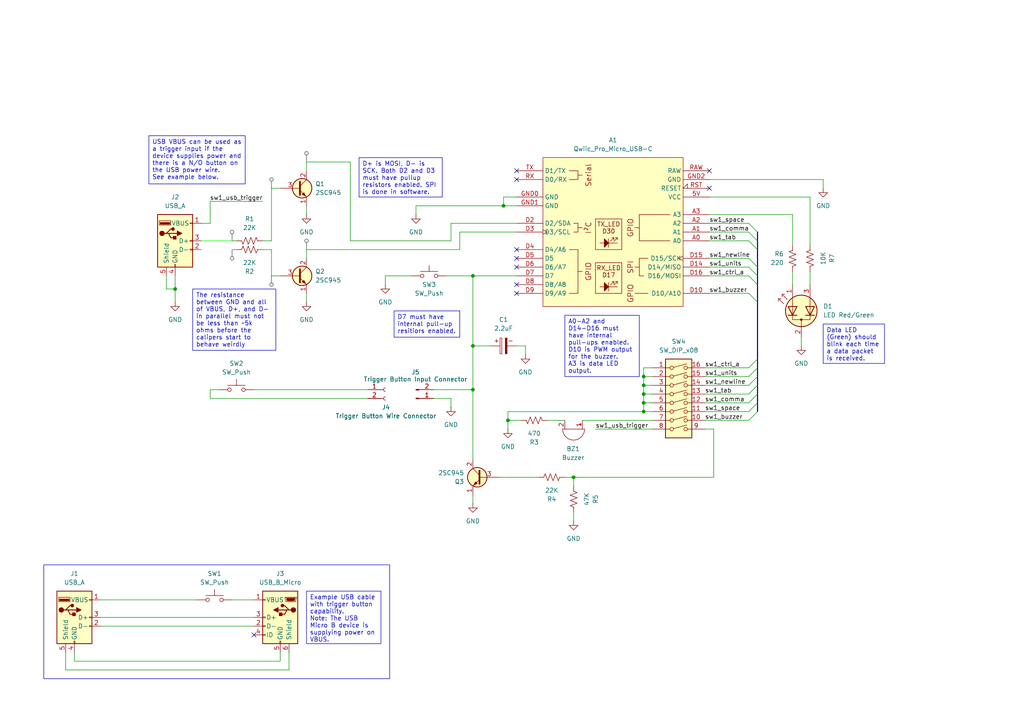
<source format=kicad_sch>
(kicad_sch (version 20231120) (generator "eeschema") (generator_version "8.0")
  (paper "A4")
  (title_block (title "Data Interface Schematic") (rev "V1.0"))
  (lib_symbols
    (symbol "Connector:Conn_01x02_Pin" (pin_names (offset 1.016) hide)
      (property "Reference" "J" (at 0 2.54 0))
      (property "Value" "Conn_01x02_Pin" (at 0 -5.08 0))
      (symbol "Conn_01x02_Pin_1_1"
        (polyline (pts (xy 1.27 -2.54) (xy 0.8636 -2.54)) (stroke (width 0.1524)))
        (polyline (pts (xy 1.27 0) (xy 0.8636 0)) (stroke (width 0.1524)))
        (rectangle (start 0.8636 -2.413) (end 0 -2.667) (stroke (width 0.1524)) (fill (type outline)))
        (rectangle (start 0.8636 0.127) (end 0 -0.127) (stroke (width 0.1524)) (fill (type outline)))
        (pin passive line (at 5.08 0 180) (length 3.81) (name "Pin_1") (number "1"))
        (pin passive line (at 5.08 -2.54 180) (length 3.81) (name "Pin_2") (number "2"))
      )
    )
    (symbol "Connector:Conn_01x02_Socket" (pin_names (offset 1.016) hide)
      (property "Reference" "J" (at 0 2.54 0))
      (property "Value" "Conn_01x02_Socket" (at 0 -5.08 0))
      (symbol "Conn_01x02_Socket_1_1"
        (arc (start 0 -2.032) (mid -0.5058 -2.54) (end 0 -3.048) (stroke (width 0.1524)))
        (polyline (pts (xy -1.27 -2.54) (xy -0.508 -2.54)) (stroke (width 0.1524)))
        (polyline (pts (xy -1.27 0) (xy -0.508 0)) (stroke (width 0.1524)))
        (arc (start 0 0.508) (mid -0.5058 0) (end 0 -0.508) (stroke (width 0.1524)))
        (pin passive line (at -5.08 0 0) (length 3.81) (name "Pin_1") (number "1"))
        (pin passive line (at -5.08 -2.54 0) (length 3.81) (name "Pin_2") (number "2"))
      )
    )
    (symbol "Connector:USB_A" (pin_names (offset 1.016))
      (property "Reference" "J" (at -5.08 11.43 0))
      (property "Value" "USB_A" (at -5.08 8.89 0))
      (symbol "USB_A_0_1"
        (rectangle (start -5.08 -7.62) (end 5.08 7.62) (stroke (width 0.254)) (fill (type background)))
        (circle (center -3.81 2.159) (radius 0.635) (stroke (width 0.254)) (fill (type outline)))
        (rectangle (start -1.524 4.826) (end -4.318 5.334) (fill (type outline)))
        (rectangle (start -1.27 4.572) (end -4.572 5.842))
        (circle (center -0.635 3.429) (radius 0.381) (stroke (width 0.254)) (fill (type outline)))
        (rectangle (start -0.127 -7.62) (end 0.127 -6.858))
        (polyline (pts (xy -3.175 2.159) (xy -2.54 2.159) (xy -1.27 3.429) (xy -0.635 3.429)) (stroke (width 0.254)))
        (polyline (pts (xy -2.54 2.159) (xy -1.905 2.159) (xy -1.27 0.889) (xy 0 0.889)) (stroke (width 0.254)))
        (polyline (pts (xy 0.635 2.794) (xy 0.635 1.524) (xy 1.905 2.159) (xy 0.635 2.794)) (stroke (width 0.254)) (fill (type outline)))
        (rectangle (start 0.254 1.27) (end -0.508 0.508) (stroke (width 0.254)) (fill (type outline)))
        (rectangle (start 5.08 -2.667) (end 4.318 -2.413))
        (rectangle (start 5.08 -0.127) (end 4.318 0.127))
        (rectangle (start 5.08 4.953) (end 4.318 5.207))
      )
      (symbol "USB_A_1_1"
        (polyline (pts (xy -1.905 2.159) (xy 0.635 2.159)) (stroke (width 0.254)))
        (pin power_in line (at 7.62 5.08 180) (length 2.54) (name "VBUS") (number "1"))
        (pin bidirectional line (at 7.62 -2.54 180) (length 2.54) (name "D-") (number "2"))
        (pin bidirectional line (at 7.62 0 180) (length 2.54) (name "D+") (number "3"))
        (pin power_in line (at 0 -10.16 90) (length 2.54) (name "GND") (number "4"))
        (pin passive line (at -2.54 -10.16 90) (length 2.54) (name "Shield") (number "5"))
      )
    )
    (symbol "Connector:USB_B_Micro" (pin_names (offset 1.016))
      (property "Reference" "J" (at -5.08 11.43 0))
      (property "Value" "USB_B_Micro" (at -5.08 8.89 0))
      (symbol "USB_B_Micro_0_1"
        (rectangle (start -5.08 -7.62) (end 5.08 7.62) (stroke (width 0.254)) (fill (type background)))
        (circle (center -3.81 2.159) (radius 0.635) (stroke (width 0.254)) (fill (type outline)))
        (circle (center -0.635 3.429) (radius 0.381) (stroke (width 0.254)) (fill (type outline)))
        (rectangle (start -0.127 -7.62) (end 0.127 -6.858))
        (polyline (pts (xy -1.905 2.159) (xy 0.635 2.159)) (stroke (width 0.254)))
        (polyline (pts (xy -3.175 2.159) (xy -2.54 2.159) (xy -1.27 3.429) (xy -0.635 3.429)) (stroke (width 0.254)))
        (polyline (pts (xy -2.54 2.159) (xy -1.905 2.159) (xy -1.27 0.889) (xy 0 0.889)) (stroke (width 0.254)))
        (polyline (pts (xy 0.635 2.794) (xy 0.635 1.524) (xy 1.905 2.159) (xy 0.635 2.794)) (stroke (width 0.254)) (fill (type outline)))
        (polyline (pts (xy -4.318 5.588) (xy -1.778 5.588) (xy -2.032 4.826) (xy -4.064 4.826) (xy -4.318 5.588)) (fill (type outline)))
        (polyline (pts (xy -4.699 5.842) (xy -4.699 5.588) (xy -4.445 4.826) (xy -4.445 4.572) (xy -1.651 4.572) (xy -1.651 4.826) (xy -1.397 5.588) (xy -1.397 5.842) (xy -4.699 5.842)))
        (rectangle (start 0.254 1.27) (end -0.508 0.508) (stroke (width 0.254)) (fill (type outline)))
        (rectangle (start 5.08 -5.207) (end 4.318 -4.953))
        (rectangle (start 5.08 -2.667) (end 4.318 -2.413))
        (rectangle (start 5.08 -0.127) (end 4.318 0.127))
        (rectangle (start 5.08 4.953) (end 4.318 5.207))
      )
      (symbol "USB_B_Micro_1_1"
        (pin power_out line (at 7.62 5.08 180) (length 2.54) (name "VBUS") (number "1"))
        (pin bidirectional line (at 7.62 -2.54 180) (length 2.54) (name "D-") (number "2"))
        (pin bidirectional line (at 7.62 0 180) (length 2.54) (name "D+") (number "3"))
        (pin passive line (at 7.62 -5.08 180) (length 2.54) (name "ID") (number "4"))
        (pin power_out line (at 0 -10.16 90) (length 2.54) (name "GND") (number "5"))
        (pin passive line (at -2.54 -10.16 90) (length 2.54) (name "Shield") (number "6"))
      )
    )
    (symbol "Custom:Qwiic_Pro_Micro_USB-C"
      (property "Reference" "A" (at 0 26.035 0))
      (property "Value" "Qwiic_Pro_Micro_USB-C" (at 0 24.13 0))
      (symbol "Qwiic_Pro_Micro_USB-C_0_0"
        (rectangle (start -20.32 21.59) (end 20.32 -21.59) (fill (type background)))
        (polyline (pts (xy -10.16 -11.43) (xy -8.89 -11.43)))
        (polyline (pts (xy -10.16 1.27) (xy -8.89 1.27)))
        (polyline (pts (xy -10.16 16.51) (xy -8.89 16.51)))
        (polyline (pts (xy 6.35 -17.78) (xy 10.16 -17.78)))
        (polyline (pts (xy 6.35 -10.16) (xy 7.62 -10.16)))
        (polyline (pts (xy 6.35 1.27) (xy 7.62 1.27)))
        (polyline (pts (xy -12.7 -5.08) (xy -10.16 -5.08) (xy -10.16 -17.78) (xy -12.7 -17.78)))
        (polyline (pts (xy -12.7 17.78) (xy -10.16 17.78) (xy -10.16 15.24) (xy -12.7 15.24)))
        (polyline (pts (xy -11.43 2.54) (xy -10.16 2.54) (xy -10.16 0) (xy -11.43 0)))
        (polyline (pts (xy 10.16 -7.62) (xy 7.62 -7.62) (xy 7.62 -12.7) (xy 8.89 -12.7)))
        (polyline (pts (xy 16.51 5.08) (xy 7.62 5.08) (xy 7.62 -2.54) (xy 16.51 -2.54)))
        (text "I²C" (at -7.112 1.27 900) (effects (font (size 1.524 1.524))))
        (text "Serial" (at -7.112 16.51 900) (effects (font (size 1.524 1.524))))
        (text "SPI" (at 5.08 -10.16 900) (effects (font (size 1.524 1.524))))
      )
      (symbol "Qwiic_Pro_Micro_USB-C_0_1"
        (polyline (pts (xy -2.54 -15.875) (xy -3.81 -15.875)))
        (polyline (pts (xy -2.54 -3.175) (xy -3.81 -3.175)))
        (polyline (pts (xy -1.27 -14.605) (xy -1.27 -17.145)))
        (polyline (pts (xy -1.27 -1.905) (xy -1.27 -4.445)))
        (polyline (pts (xy -0.762 -15.367) (xy 0.254 -14.351)))
        (polyline (pts (xy -0.762 -2.667) (xy 0.254 -1.651)))
        (polyline (pts (xy 0 -15.875) (xy 1.27 -15.875)))
        (polyline (pts (xy 0 -3.175) (xy 1.27 -3.175)))
        (polyline (pts (xy 0.254 -15.367) (xy 1.27 -14.351)))
        (polyline (pts (xy 0.254 -14.351) (xy -0.381 -14.351)))
        (polyline (pts (xy 0.254 -14.351) (xy 0.254 -14.986)))
        (polyline (pts (xy 0.254 -2.667) (xy 1.27 -1.651)))
        (polyline (pts (xy 0.254 -1.651) (xy -0.381 -1.651)))
        (polyline (pts (xy 0.254 -1.651) (xy 0.254 -2.286)))
        (polyline (pts (xy 1.27 -14.351) (xy 0.635 -14.351)))
        (polyline (pts (xy 1.27 -14.351) (xy 1.27 -14.986)))
        (polyline (pts (xy 1.27 -1.651) (xy 0.635 -1.651)))
        (polyline (pts (xy 1.27 -1.651) (xy 1.27 -2.286)))
        (polyline (pts (xy -1.27 -15.875) (xy -2.54 -17.145) (xy -2.54 -14.605) (xy -1.27 -15.875) (xy 0 -15.875)) (fill (type outline)))
        (polyline (pts (xy -1.27 -3.175) (xy -2.54 -4.445) (xy -2.54 -1.905) (xy -1.27 -3.175) (xy 0 -3.175)) (fill (type outline)))
      )
      (symbol "Qwiic_Pro_Micro_USB-C_1_0"
        (text "GPIO" (at -7.112 -11.43 900) (effects (font (size 1.524 1.524))))
        (text "GPIO" (at 5.08 -17.78 900) (effects (font (size 1.524 1.524))))
        (text "GPIO" (at 5.08 1.27 900) (effects (font (size 1.524 1.524))))
        (pin power_in line (at 27.94 15.24 180) (length 7.62) (name "GND") (number "GND2"))
      )
      (symbol "Qwiic_Pro_Micro_USB-C_1_1"
        (rectangle (start -5.08 -8.89) (end 2.54 -17.78))
        (rectangle (start -5.08 3.81) (end 2.54 -5.08))
        (text "RX_LED\nD17" (at -1.27 -11.43 0) (effects (font (size 1.27 1.27) (thickness 0.1588))))
        (text "TX_LED\nD30" (at -1.27 1.27 0) (effects (font (size 1.27 1.27) (thickness 0.1588))))
        (pin power_in line (at 27.94 10.16 180) (length 7.62) (name "VCC") (number "5V"))
        (pin bidirectional line (at 27.94 -2.54 180) (length 7.62) (name "A0") (number "A0"))
        (pin bidirectional line (at 27.94 0 180) (length 7.62) (name "A1") (number "A1"))
        (pin bidirectional line (at 27.94 2.54 180) (length 7.62) (name "A2") (number "A2"))
        (pin bidirectional line (at 27.94 5.08 180) (length 7.62) (name "A3") (number "A3"))
        (pin bidirectional line (at 27.94 -17.78 180) (length 7.62) (name "D10/A10") (number "D10"))
        (pin input line (at 27.94 -10.16 180) (length 7.62) (name "D14/MISO") (number "D14"))
        (pin output clock (at 27.94 -7.62 180) (length 7.62) (name "D15/SCK") (number "D15"))
        (pin output line (at 27.94 -12.7 180) (length 7.62) (name "D16/MOSI") (number "D16"))
        (pin bidirectional line (at -27.94 2.54 0) (length 7.62) (name "D2/SDA") (number "D2"))
        (pin bidirectional clock (at -27.94 0 0) (length 7.62) (name "D3/SCL") (number "D3"))
        (pin bidirectional line (at -27.94 -5.08 0) (length 7.62) (name "D4/A6") (number "D4"))
        (pin bidirectional line (at -27.94 -7.62 0) (length 7.62) (name "D5") (number "D5"))
        (pin bidirectional line (at -27.94 -10.16 0) (length 7.62) (name "D6/A7") (number "D6"))
        (pin bidirectional line (at -27.94 -12.7 0) (length 7.62) (name "D7") (number "D7"))
        (pin bidirectional line (at -27.94 -15.24 0) (length 7.62) (name "D8/A8") (number "D8"))
        (pin bidirectional line (at -27.94 -17.78 0) (length 7.62) (name "D9/A9") (number "D9"))
        (pin power_in line (at -27.94 10.16 0) (length 7.62) (name "GND") (number "GND0"))
        (pin power_in line (at -27.94 7.62 0) (length 7.62) (name "GND") (number "GND1"))
        (pin power_in line (at 27.94 17.78 180) (length 7.62) (name "RAW") (number "RAW"))
        (pin open_collector input_low (at 27.94 12.7 180) (length 7.62) (name "RESET") (number "RST"))
        (pin bidirectional line (at -27.94 15.24 0) (length 7.62) (name "D0/RX") (number "RX"))
        (pin bidirectional line (at -27.94 17.78 0) (length 7.62) (name "D1/TX") (number "TX"))
      )
    )
    (symbol "Device:Buzzer" (pin_names (offset 0.0254) hide)
      (property "Reference" "BZ" (at 3.81 1.27 0))
      (property "Value" "Buzzer" (at 3.81 -1.27 0))
      (symbol "Buzzer_0_1"
        (arc (start 0 -3.175) (mid 3.1612 0) (end 0 3.175))
        (polyline (pts (xy -1.651 1.905) (xy -1.143 1.905)))
        (polyline (pts (xy -1.397 2.159) (xy -1.397 1.651)))
        (polyline (pts (xy 0 3.175) (xy 0 -3.175)))
      )
      (symbol "Buzzer_1_1"
        (pin passive line (at -2.54 2.54 0) (length 2.54) (name "+") (number "1"))
        (pin passive line (at -2.54 -2.54 0) (length 2.54) (name "-") (number "2"))
      )
    )
    (symbol "Device:LED_Dual_AKA" (pin_names (offset 0) hide)
      (property "Reference" "D" (at 0 5.715 0))
      (property "Value" "LED_Dual_AKA" (at 0 -6.35 0))
      (symbol "LED_Dual_AKA_0_1"
        (circle (center -2.54 0) (radius 0.2794) (fill (type outline)))
        (polyline (pts (xy -4.572 0) (xy -2.54 0)))
        (polyline (pts (xy -1.27 -1.27) (xy -1.27 -3.81)) (stroke (width 0.254)))
        (polyline (pts (xy -1.27 1.27) (xy -1.27 3.81)) (stroke (width 0.254)))
        (polyline (pts (xy 3.81 -2.54) (xy 1.905 -2.54)))
        (polyline (pts (xy 3.81 2.54) (xy 1.905 2.54)))
        (polyline (pts (xy 1.27 -3.81) (xy 1.27 -1.27) (xy -1.27 -2.54) (xy 1.27 -3.81)) (stroke (width 0.254)))
        (polyline (pts (xy 1.27 1.27) (xy 1.27 3.81) (xy -1.27 2.54) (xy 1.27 1.27)) (stroke (width 0.254)))
        (polyline (pts (xy 2.032 2.54) (xy -2.54 2.54) (xy -2.54 -2.54) (xy 2.032 -2.54)))
        (polyline (pts (xy 2.032 5.08) (xy 3.556 6.604) (xy 2.794 6.604) (xy 3.556 6.604) (xy 3.556 5.842)))
        (polyline (pts (xy 3.302 4.064) (xy 4.826 5.588) (xy 4.064 5.588) (xy 4.826 5.588) (xy 4.826 4.826)))
        (circle (center 0 0) (radius 4.572) (stroke (width 0.254)) (fill (type background)))
      )
      (symbol "LED_Dual_AKA_1_1"
        (pin input line (at 7.62 2.54 180) (length 3.81) (name "A1") (number "1"))
        (pin input line (at -7.62 0 0) (length 3.048) (name "K") (number "2"))
        (pin input line (at 7.62 -2.54 180) (length 3.81) (name "A2") (number "3"))
      )
    )
    (symbol "Device:R_US" (pin_numbers hide) (pin_names (offset 0))
      (property "Reference" "R" (at 2.54 0 90))
      (property "Value" "R_US" (at -2.54 0 90))
      (symbol "R_US_0_1"
        (polyline (pts (xy 0 -2.286) (xy 0 -2.54)))
        (polyline (pts (xy 0 2.286) (xy 0 2.54)))
        (polyline (pts (xy 0 -0.762) (xy 1.016 -1.143) (xy 0 -1.524) (xy -1.016 -1.905) (xy 0 -2.286)))
        (polyline (pts (xy 0 0.762) (xy 1.016 0.381) (xy 0 0) (xy -1.016 -0.381) (xy 0 -0.762)))
        (polyline (pts (xy 0 2.286) (xy 1.016 1.905) (xy 0 1.524) (xy -1.016 1.143) (xy 0 0.762)))
      )
      (symbol "R_US_1_1"
        (pin passive line (at 0 3.81 270) (length 1.27) (name "~") (number "1"))
        (pin passive line (at 0 -3.81 90) (length 1.27) (name "~") (number "2"))
      )
    )
    (symbol "PCM_SL_Devices:Capacitor_PO"
      (property "Reference" "C" (at 0 7.62 0))
      (property "Value" "Capacitor_PO" (at 0 5.08 0))
      (symbol "Capacitor_PO_0_0"
        (text "+" (at -2.032 1.524 0) (effects (font (size 1.27 1.27))))
        (text "-" (at 2.032 1.524 0) (effects (font (size 1.27 1.27))))
      )
      (symbol "Capacitor_PO_0_1"
        (rectangle (start -1.016 -2.286) (end -0.508 2.286))
        (rectangle (start 0.508 -2.286) (end 1.016 2.286) (fill (type outline)))
      )
      (symbol "Capacitor_PO_1_1"
        (pin passive line (at -3.81 0 0) (length 2.7) (name "~") (number "1"))
        (pin input line (at 3.81 0 180) (length 2.7) (name "~") (number "2"))
      )
    )
    (symbol "PCM_Transistor_BJT_AKL:2SC945" (pin_names hide)
      (property "Reference" "Q" (at 5.08 1.27 0))
      (property "Value" "2SC945" (at 5.08 -1.27 0))
      (symbol "2SC945_0_1"
        (polyline (pts (xy 0.635 0.635) (xy 2.54 2.54)))
        (polyline (pts (xy 0.635 -0.635) (xy 2.54 -2.54) (xy 2.54 -2.54)))
        (polyline (pts (xy 0.635 1.905) (xy 0.635 -1.905) (xy 0.635 -1.905)) (stroke (width 0.508)))
        (polyline (pts (xy 1.27 -1.778) (xy 1.778 -1.27) (xy 2.286 -2.286) (xy 1.27 -1.778) (xy 1.27 -1.778)) (fill (type outline)))
        (circle (center 1.27 0) (radius 2.8194) (stroke (width 0.254)) (fill (type background)))
      )
      (symbol "2SC945_1_1"
        (pin passive line (at 2.54 -5.08 90) (length 2.54) (name "E") (number "1"))
        (pin passive line (at 2.54 5.08 270) (length 2.54) (name "C") (number "2"))
        (pin passive line (at -5.08 0 0) (length 5.715) (name "B") (number "3"))
      )
    )
    (symbol "Switch:SW_DIP_x08" (pin_names (offset 0) hide)
      (property "Reference" "SW" (at 0 13.97 0))
      (property "Value" "SW_DIP_x08" (at 0 -11.43 0))
      (symbol "SW_DIP_x08_0_0"
        (circle (center -2.032 -7.62) (radius 0.508))
        (circle (center -2.032 -5.08) (radius 0.508))
        (circle (center -2.032 -2.54) (radius 0.508))
        (circle (center -2.032 0) (radius 0.508))
        (circle (center -2.032 2.54) (radius 0.508))
        (circle (center -2.032 5.08) (radius 0.508))
        (circle (center -2.032 7.62) (radius 0.508))
        (circle (center -2.032 10.16) (radius 0.508))
        (polyline (pts (xy -1.524 -7.4676) (xy 2.3622 -6.4262)))
        (polyline (pts (xy -1.524 -4.9276) (xy 2.3622 -3.8862)))
        (polyline (pts (xy -1.524 -2.3876) (xy 2.3622 -1.3462)))
        (polyline (pts (xy -1.524 0.127) (xy 2.3622 1.1684)))
        (polyline (pts (xy -1.524 2.667) (xy 2.3622 3.7084)))
        (polyline (pts (xy -1.524 5.207) (xy 2.3622 6.2484)))
        (polyline (pts (xy -1.524 7.747) (xy 2.3622 8.7884)))
        (polyline (pts (xy -1.524 10.287) (xy 2.3622 11.3284)))
        (circle (center 2.032 -7.62) (radius 0.508))
        (circle (center 2.032 -5.08) (radius 0.508))
        (circle (center 2.032 -2.54) (radius 0.508))
        (circle (center 2.032 0) (radius 0.508))
        (circle (center 2.032 2.54) (radius 0.508))
        (circle (center 2.032 5.08) (radius 0.508))
        (circle (center 2.032 7.62) (radius 0.508))
        (circle (center 2.032 10.16) (radius 0.508))
      )
      (symbol "SW_DIP_x08_0_1"
        (rectangle (start -3.81 12.7) (end 3.81 -10.16) (stroke (width 0.254)) (fill (type background)))
      )
      (symbol "SW_DIP_x08_1_1"
        (pin passive line (at -7.62 10.16 0) (length 5.08) (name "~") (number "1"))
        (pin passive line (at 7.62 -5.08 180) (length 5.08) (name "~") (number "10"))
        (pin passive line (at 7.62 -2.54 180) (length 5.08) (name "~") (number "11"))
        (pin passive line (at 7.62 0 180) (length 5.08) (name "~") (number "12"))
        (pin passive line (at 7.62 2.54 180) (length 5.08) (name "~") (number "13"))
        (pin passive line (at 7.62 5.08 180) (length 5.08) (name "~") (number "14"))
        (pin passive line (at 7.62 7.62 180) (length 5.08) (name "~") (number "15"))
        (pin passive line (at 7.62 10.16 180) (length 5.08) (name "~") (number "16"))
        (pin passive line (at -7.62 7.62 0) (length 5.08) (name "~") (number "2"))
        (pin passive line (at -7.62 5.08 0) (length 5.08) (name "~") (number "3"))
        (pin passive line (at -7.62 2.54 0) (length 5.08) (name "~") (number "4"))
        (pin passive line (at -7.62 0 0) (length 5.08) (name "~") (number "5"))
        (pin passive line (at -7.62 -2.54 0) (length 5.08) (name "~") (number "6"))
        (pin passive line (at -7.62 -5.08 0) (length 5.08) (name "~") (number "7"))
        (pin passive line (at -7.62 -7.62 0) (length 5.08) (name "~") (number "8"))
        (pin passive line (at 7.62 -7.62 180) (length 5.08) (name "~") (number "9"))
      )
    )
    (symbol "Switch:SW_Push" (pin_numbers hide) (pin_names (offset 1.016) hide)
      (property "Reference" "SW" (at 1.27 2.54 0))
      (property "Value" "SW_Push" (at 0 -1.524 0))
      (symbol "SW_Push_0_1"
        (circle (center -2.032 0) (radius 0.508))
        (polyline (pts (xy 0 1.27) (xy 0 3.048)))
        (polyline (pts (xy 2.54 1.27) (xy -2.54 1.27)))
        (circle (center 2.032 0) (radius 0.508))
        (pin passive line (at -5.08 0 0) (length 2.54) (name "1") (number "1"))
        (pin passive line (at 5.08 0 180) (length 2.54) (name "2") (number "2"))
      )
    )
    (symbol "power:GND" (power) (pin_numbers hide) (pin_names (offset 0) hide)
      (property "Value" "GND" (at 0 -3.81 0))
      (symbol "GND_0_1"
        (polyline (pts (xy 0 0) (xy 0 -1.27) (xy 1.27 -1.27) (xy 0 -2.54) (xy -1.27 -1.27) (xy 0 -1.27)))
      )
      (symbol "GND_1_1"
        (pin power_in line (at 0 0 270) (length 0) (name "~") (number "1"))
      )
    )
  )
  (junction (at 146.05 59.69))
  (junction (at 147.32 121.92))
  (junction (at 186.69 119.38))
  (junction (at 186.69 111.76))
  (junction (at 137.16 80.01))
  (junction (at 137.16 100.33))
  (junction (at 137.16 113.03))
  (junction (at 166.37 138.43))
  (junction (at 50.8 83.82))
  (junction (at 186.69 114.3))
  (junction (at 186.69 116.84))
  (junction (at 186.69 109.22))
  (no_connect (at 149.86 52.07))
  (no_connect (at 149.86 49.53))
  (no_connect (at 149.86 72.39))
  (no_connect (at 149.86 77.47))
  (no_connect (at 149.86 74.93))
  (no_connect (at 205.74 49.53))
  (no_connect (at 73.66 184.15))
  (no_connect (at 149.86 82.55))
  (no_connect (at 149.86 85.09))
  (no_connect (at 205.74 54.61))
  (bus_entry (at 217.17 111.76) (size 2.54 -2.54))
  (bus_entry (at 217.17 80.01) (size 2.54 2.54))
  (bus_entry (at 217.17 121.92) (size 2.54 -2.54))
  (bus_entry (at 217.17 116.84) (size 2.54 -2.54))
  (bus_entry (at 217.17 106.68) (size 2.54 -2.54))
  (bus_entry (at 217.17 114.3) (size 2.54 -2.54))
  (bus_entry (at 217.17 74.93) (size 2.54 2.54))
  (bus_entry (at 217.17 119.38) (size 2.54 -2.54))
  (bus_entry (at 217.17 109.22) (size 2.54 -2.54))
  (bus_entry (at 217.17 77.47) (size 2.54 2.54))
  (bus_entry (at 217.17 69.85) (size 2.54 2.54))
  (bus_entry (at 217.17 85.09) (size 2.54 2.54))
  (bus_entry (at 217.17 64.77) (size 2.54 2.54))
  (bus_entry (at 217.17 67.31) (size 2.54 2.54))
  (wire (pts (xy 78.74 69.85) (xy 76.2 69.85)))
  (wire (pts (xy 58.42 69.85) (xy 67.31 69.85)) (stroke (width 0) (color 0 255 0 1)))
  (wire (pts (xy 147.32 119.38) (xy 147.32 121.92)))
  (wire (pts (xy 232.41 97.79) (xy 232.41 100.33)))
  (wire (pts (xy 78.74 54.61) (xy 81.28 54.61)))
  (wire (pts (xy 130.81 115.57) (xy 130.81 118.11)))
  (wire (pts (xy 137.16 100.33) (xy 142.24 100.33)))
  (wire (pts (xy 50.8 83.82) (xy 50.8 87.63)))
  (wire (pts (xy 88.9 59.69) (xy 88.9 62.23)))
  (wire (pts (xy 83.82 194.31) (xy 19.05 194.31)))
  (wire (pts (xy 186.69 111.76) (xy 186.69 109.22)))
  (wire (pts (xy 207.01 138.43) (xy 207.01 124.46)))
  (wire (pts (xy 205.74 57.15) (xy 234.95 57.15)))
  (bus (pts (xy 219.71 67.31) (xy 219.71 69.85)))
  (wire (pts (xy 234.95 78.74) (xy 234.95 82.55)))
  (wire (pts (xy 205.74 52.07) (xy 238.76 52.07)))
  (wire (pts (xy 111.76 80.01) (xy 119.38 80.01)))
  (wire (pts (xy 186.69 116.84) (xy 186.69 114.3)))
  (wire (pts (xy 205.74 80.01) (xy 217.17 80.01)))
  (bus (pts (xy 219.71 80.01) (xy 219.71 82.55)))
  (wire (pts (xy 205.74 69.85) (xy 217.17 69.85)))
  (wire (pts (xy 88.9 85.09) (xy 88.9 87.63)))
  (wire (pts (xy 81.28 191.77) (xy 81.28 189.23)))
  (bus (pts (xy 219.71 106.68) (xy 219.71 109.22)))
  (wire (pts (xy 189.23 111.76) (xy 186.69 111.76)))
  (wire (pts (xy 146.05 57.15) (xy 146.05 59.69)))
  (wire (pts (xy 48.26 80.01) (xy 48.26 83.82)))
  (wire (pts (xy 88.9 72.39) (xy 133.35 72.39)))
  (wire (pts (xy 147.32 121.92) (xy 147.32 124.46)))
  (wire (pts (xy 172.72 124.46) (xy 189.23 124.46)))
  (wire (pts (xy 58.42 72.39) (xy 67.31 72.39)) (stroke (width 0) (color 255 255 255 1)))
  (wire (pts (xy 130.81 69.85) (xy 130.81 64.77)))
  (wire (pts (xy 217.17 116.84) (xy 204.47 116.84)))
  (wire (pts (xy 137.16 80.01) (xy 149.86 80.01)))
  (wire (pts (xy 229.87 71.12) (xy 229.87 62.23)))
  (wire (pts (xy 166.37 138.43) (xy 207.01 138.43)))
  (wire (pts (xy 166.37 140.97) (xy 166.37 138.43)))
  (wire (pts (xy 234.95 57.15) (xy 234.95 71.12)))
  (wire (pts (xy 217.17 114.3) (xy 204.47 114.3)))
  (wire (pts (xy 204.47 121.92) (xy 217.17 121.92)))
  (wire (pts (xy 101.6 46.99) (xy 101.6 69.85)))
  (wire (pts (xy 158.75 121.92) (xy 163.83 121.92)))
  (bus (pts (xy 219.71 114.3) (xy 219.71 116.84)))
  (wire (pts (xy 217.17 109.22) (xy 204.47 109.22)))
  (bus (pts (xy 219.71 109.22) (xy 219.71 111.76)))
  (bus (pts (xy 219.71 77.47) (xy 219.71 80.01)))
  (wire (pts (xy 48.26 83.82) (xy 50.8 83.82)))
  (wire (pts (xy 207.01 124.46) (xy 204.47 124.46)))
  (wire (pts (xy 149.86 57.15) (xy 146.05 57.15)))
  (wire (pts (xy 67.31 173.99) (xy 73.66 173.99)))
  (wire (pts (xy 229.87 78.74) (xy 229.87 82.55)))
  (wire (pts (xy 189.23 114.3) (xy 186.69 114.3)))
  (wire (pts (xy 189.23 109.22) (xy 186.69 109.22)))
  (wire (pts (xy 137.16 143.51) (xy 137.16 146.05)))
  (wire (pts (xy 78.74 80.01) (xy 81.28 80.01)))
  (wire (pts (xy 129.54 80.01) (xy 137.16 80.01)))
  (wire (pts (xy 19.05 194.31) (xy 19.05 189.23)))
  (wire (pts (xy 168.91 121.92) (xy 189.23 121.92)))
  (wire (pts (xy 76.2 58.42) (xy 60.96 58.42)))
  (wire (pts (xy 133.35 67.31) (xy 149.86 67.31)))
  (wire (pts (xy 130.81 64.77) (xy 149.86 64.77)))
  (wire (pts (xy 78.74 54.61) (xy 78.74 69.85)))
  (wire (pts (xy 120.65 62.23) (xy 120.65 59.69)))
  (bus (pts (xy 219.71 82.55) (xy 219.71 87.63)))
  (wire (pts (xy 189.23 119.38) (xy 186.69 119.38)))
  (wire (pts (xy 229.87 62.23) (xy 205.74 62.23)))
  (wire (pts (xy 147.32 121.92) (xy 151.13 121.92)))
  (wire (pts (xy 137.16 100.33) (xy 137.16 113.03)))
  (wire (pts (xy 120.65 59.69) (xy 146.05 59.69)))
  (wire (pts (xy 111.76 82.55) (xy 111.76 80.01)))
  (wire (pts (xy 217.17 119.38) (xy 204.47 119.38)))
  (wire (pts (xy 186.69 106.68) (xy 186.69 109.22)))
  (wire (pts (xy 60.96 113.03) (xy 60.96 115.57)))
  (wire (pts (xy 149.86 100.33) (xy 152.4 100.33)))
  (wire (pts (xy 189.23 116.84) (xy 186.69 116.84)))
  (wire (pts (xy 163.83 138.43) (xy 166.37 138.43)))
  (wire (pts (xy 60.96 113.03) (xy 63.5 113.03)))
  (wire (pts (xy 50.8 80.01) (xy 50.8 83.82)))
  (wire (pts (xy 146.05 59.69) (xy 149.86 59.69)))
  (wire (pts (xy 186.69 114.3) (xy 186.69 111.76)))
  (wire (pts (xy 217.17 106.68) (xy 204.47 106.68)))
  (bus (pts (xy 219.71 87.63) (xy 219.71 104.14)))
  (wire (pts (xy 60.96 115.57) (xy 106.68 115.57)))
  (bus (pts (xy 219.71 72.39) (xy 219.71 77.47)))
  (wire (pts (xy 205.74 64.77) (xy 217.17 64.77)))
  (wire (pts (xy 133.35 72.39) (xy 133.35 67.31)))
  (wire (pts (xy 238.76 54.61) (xy 238.76 52.07)))
  (wire (pts (xy 29.21 173.99) (xy 57.15 173.99)))
  (wire (pts (xy 189.23 106.68) (xy 186.69 106.68)))
  (wire (pts (xy 88.9 49.53) (xy 88.9 46.99)))
  (wire (pts (xy 67.31 69.85) (xy 68.58 69.85)))
  (bus (pts (xy 219.71 69.85) (xy 219.71 72.39)))
  (wire (pts (xy 217.17 111.76) (xy 204.47 111.76)))
  (wire (pts (xy 78.74 72.39) (xy 76.2 72.39)))
  (wire (pts (xy 144.78 138.43) (xy 156.21 138.43)))
  (wire (pts (xy 78.74 72.39) (xy 78.74 80.01)))
  (wire (pts (xy 205.74 77.47) (xy 217.17 77.47)))
  (bus (pts (xy 219.71 111.76) (xy 219.71 114.3)))
  (wire (pts (xy 137.16 80.01) (xy 137.16 100.33)))
  (wire (pts (xy 67.31 72.39) (xy 68.58 72.39)))
  (wire (pts (xy 83.82 189.23) (xy 83.82 194.31)))
  (wire (pts (xy 186.69 119.38) (xy 186.69 116.84)))
  (wire (pts (xy 101.6 69.85) (xy 130.81 69.85)))
  (wire (pts (xy 125.73 113.03) (xy 137.16 113.03)))
  (wire (pts (xy 137.16 113.03) (xy 137.16 133.35)))
  (bus (pts (xy 219.71 116.84) (xy 219.71 119.38)))
  (wire (pts (xy 73.66 113.03) (xy 106.68 113.03)))
  (wire (pts (xy 21.59 191.77) (xy 81.28 191.77)))
  (wire (pts (xy 88.9 46.99) (xy 101.6 46.99)))
  (wire (pts (xy 88.9 74.93) (xy 88.9 72.39)))
  (bus (pts (xy 219.71 104.14) (xy 219.71 106.68)))
  (wire (pts (xy 29.21 181.61) (xy 73.66 181.61)))
  (wire (pts (xy 60.96 58.42) (xy 60.96 64.77)))
  (wire (pts (xy 58.42 64.77) (xy 60.96 64.77)))
  (wire (pts (xy 152.4 100.33) (xy 152.4 102.87)))
  (wire (pts (xy 21.59 189.23) (xy 21.59 191.77)))
  (wire (pts (xy 125.73 115.57) (xy 130.81 115.57)))
  (wire (pts (xy 166.37 148.59) (xy 166.37 151.13)))
  (wire (pts (xy 205.74 67.31) (xy 217.17 67.31)))
  (wire (pts (xy 205.74 85.09) (xy 217.17 85.09)))
  (wire (pts (xy 147.32 119.38) (xy 186.69 119.38)))
  (wire (pts (xy 205.74 74.93) (xy 217.17 74.93)))
  (wire (pts (xy 29.21 179.07) (xy 73.66 179.07)))
  (rectangle (start 12.7 163.83) (end 113.03 196.85))
  (text_box "USB VBUS can be used as a trigger input if the device supplies power and there is a N/O button on the USB power wire.\nSee example below." (at 43.18 39.37 0) (size 27.94 13.97) (effects (font (size 1.27 1.27)) (justify left top)))
  (text_box "A0-A2 and D14-D16 must have internal pull-ups enabled.\nD10 is PWM output for the buzzer.\nA3 is data LED output." (at 163.83 91.44 0) (size 21.59 17.78) (effects (font (size 1.27 1.27)) (justify left top)))
  (text_box "D7 must have internal pull-up resitiors enabled." (at 114.3 90.17 0) (size 19.05 7.62) (effects (font (size 1.27 1.27)) (justify left top)))
  (text_box "D+ is MOSI, D- is SCK. Both D2 and D3 must have pullup resistors enabled. SPI is done in software." (at 104.14 45.72 0) (size 24.13 11.43) (effects (font (size 1.27 1.27)) (justify left top)))
  (text_box "Example USB cable with trigger button capability.\nNote: The USB Micro B device is supplying power on VBUS." (at 88.9 171.45 0) (size 21.59 15.24) (effects (font (size 1.27 1.27)) (justify left top)))
  (text_box "The resistance between GND and all of VBUS, D+, and D- in parallel must not be less than ~5k ohms before the calipers start to behave weirdly" (at 55.88 83.82 0) (size 24.13 17.78) (effects (font (size 1.27 1.27)) (justify left top)))
  (text_box "Data LED (Green) should blink each time a data packet is received." (at 238.76 93.98 0) (size 17.78 11.43) (effects (font (size 1.27 1.27)) (justify left top)))
  (label "sw1_buzzer" (at 205.74 85.09 0))
  (label "sw1_ctrl_a" (at 205.74 80.01 0))
  (label "sw1_space" (at 204.47 119.38 0))
  (label "sw1_newline" (at 204.47 111.76 0))
  (label "sw1_space" (at 205.74 64.77 0))
  (label "sw1_tab" (at 204.47 114.3 0))
  (label "sw1_comma" (at 204.47 116.84 0))
  (label "sw1_tab" (at 205.74 69.85 0))
  (label "sw1_usb_trigger" (at 76.2 58.42 180))
  (label "sw1_usb_trigger" (at 172.72 124.46 0))
  (label "sw1_units" (at 204.47 109.22 0))
  (label "sw1_newline" (at 205.74 74.93 0))
  (label "sw1_buzzer" (at 204.47 121.92 0))
  (label "sw1_units" (at 205.74 77.47 0))
  (label "sw1_comma" (at 205.74 67.31 0))
  (label "sw1_ctrl_a" (at 204.47 106.68 0))
  (netclass_flag "" (length 2.54) (shape round) (at 78.74 80.01 180) (property "Netclass" "USB.D-" (effects (hide yes))))
  (netclass_flag "" (length 2.54) (shape round) (at 67.31 72.39 180) (property "Netclass" "USB.D-" (effects (hide yes))))
  (netclass_flag "" (length 2.54) (shape round) (at 67.31 69.85 0) (property "Netclass" "USB.D+" (effects (hide yes))))
  (netclass_flag "" (length 2.54) (shape round) (at 78.74 54.61 0) (property "Netclass" "USB.D+" (effects (hide yes))))
  (netclass_flag "" (length 2.54) (shape round) (at 88.9 46.99 0) (property "Netclass" "USB.D+" (effects (hide yes))))
  (netclass_flag "" (length 2.54) (shape round) (at 88.9 72.39 0) (property "Netclass" "USB.D-" (effects (hide yes))))
  (symbol (lib_id "power:GND") (at 166.37 151.13 0) (unit 1)
    (property "Reference" "#PWR010" (effects (hide yes)))
    (property "Value" "GND" (at 166.37 156.21 0))
    (property "Description" "Power symbol creates a global label with name \"GND\" , ground" (effects (hide yes)))
  )
  (symbol (lib_id "power:GND") (at 88.9 62.23 0) (unit 1)
    (property "Reference" "#PWR02" (effects (hide yes)))
    (property "Value" "GND" (at 88.9 67.31 0))
    (property "Description" "Power symbol creates a global label with name \"GND\" , ground" (effects (hide yes)))
  )
  (symbol (lib_id "power:GND") (at 137.16 146.05 0) (unit 1)
    (property "Reference" "#PWR07" (effects (hide yes)))
    (property "Value" "GND" (at 137.16 151.13 0))
    (property "Description" "Power symbol creates a global label with name \"GND\" , ground" (effects (hide yes)))
  )
  (symbol (lib_id "power:GND") (at 147.32 124.46 0) (mirror y) (unit 1)
    (property "Reference" "#PWR08" (effects (hide yes)))
    (property "Value" "GND" (at 147.32 129.54 0))
    (property "Description" "Power symbol creates a global label with name \"GND\" , ground" (effects (hide yes)))
  )
  (symbol (lib_id "PCM_Transistor_BJT_AKL:2SC945") (at 139.7 138.43 0) (mirror y) (unit 1)
    (property "Reference" "Q3" (at 134.62 139.7001 0) (effects (justify left)))
    (property "Value" "2SC945" (at 134.62 137.1601 0) (effects (justify left)))
    (property "Footprint" "Package_TO_SOT_THT:TO-92L_Inline_Wide" (effects (hide yes)))
    (property "Datasheet" "http://www.unisonic.com.tw/datasheet/2SC945.pdf" (effects (hide yes)))
    (property "Description" "NPN TO-92 transistor, 50V, 150mA, 750mW, Alternate KiCAD Library" (effects (hide yes)))
  )
  (symbol (lib_id "Switch:SW_Push") (at 68.58 113.03 0) (unit 1) (on_board no)
    (property "Reference" "SW2" (at 68.58 105.41 0))
    (property "Value" "SW_Push" (at 68.58 107.95 0))
    (property "Description" "Push button switch, generic, two pins" (effects (hide yes)))
  )
  (symbol (lib_id "power:GND") (at 238.76 54.61 0) (unit 1)
    (property "Reference" "#PWR012" (effects (hide yes)))
    (property "Value" "GND" (at 238.76 59.69 0))
    (property "Description" "Power symbol creates a global label with name \"GND\" , ground" (effects (hide yes)))
  )
  (symbol (lib_id "Connector:Conn_01x02_Pin") (at 120.65 115.57 0) (mirror x) (unit 1)
    (property "Reference" "J5" (at 120.523 107.95 0))
    (property "Value" "Trigger Button Input Connector" (at 120.523 109.982 0))
    (property "Footprint" "Connector_JST:JST_XH_S2B-XH-A_1x02_P2.50mm_Horizontal" (effects (hide yes)))
    (property "Description" "Generic connector, single row, 01x02, script generated" (effects (hide yes)))
  )
  (symbol (lib_id "Connector:Conn_01x02_Socket") (at 111.76 113.03 0) (unit 1) (on_board no)
    (property "Reference" "J4" (at 110.744 118.1099 0) (effects (justify left)))
    (property "Value" "Trigger Button Wire Connector" (at 97.282 120.6499 0) (effects (justify left)))
    (property "Description" "Generic connector, single row, 01x02, script generated" (effects (hide yes)))
  )
  (symbol (lib_id "power:GND") (at 50.8 87.63 0) (unit 1)
    (property "Reference" "#PWR01" (effects (hide yes)))
    (property "Value" "GND" (at 50.8 92.71 0))
    (property "Description" "Power symbol creates a global label with name \"GND\" , ground" (effects (hide yes)))
  )
  (symbol (lib_id "Switch:SW_Push") (at 124.46 80.01 0) (unit 1)
    (property "Reference" "SW3" (at 124.46 82.55 0))
    (property "Value" "SW_Push" (at 124.46 85.09 0))
    (property "Footprint" "Button_Switch_THT:SW_PUSH-12mm_Wuerth-430476085716" (effects (hide yes)))
    (property "Description" "Push button switch, generic, two pins" (effects (hide yes)))
  )
  (symbol (lib_id "Device:R_US") (at 234.95 74.93 0) (mirror x) (unit 1)
    (property "Reference" "R7" (at 241.3 74.93 90))
    (property "Value" "10K" (at 238.76 74.93 90))
    (property "Footprint" "Resistor_THT:R_Axial_DIN0207_L6.3mm_D2.5mm_P10.16mm_Horizontal" (effects (hide yes)))
    (property "Description" "Resistor, US symbol" (effects (hide yes)))
  )
  (symbol (lib_id "Switch:SW_Push") (at 62.23 173.99 0) (unit 1) (exclude_from_sim yes) (in_bom no) (on_board no)
    (property "Reference" "SW1" (at 62.23 166.37 0))
    (property "Value" "SW_Push" (at 62.23 168.91 0))
    (property "Description" "Push button switch, generic, two pins" (effects (hide yes)))
  )
  (symbol (lib_id "power:GND") (at 232.41 100.33 0) (unit 1)
    (property "Reference" "#PWR011" (effects (hide yes)))
    (property "Value" "GND" (at 232.41 105.41 0))
    (property "Description" "Power symbol creates a global label with name \"GND\" , ground" (effects (hide yes)))
  )
  (symbol (lib_id "Device:Buzzer") (at 166.37 124.46 270) (unit 1)
    (property "Reference" "BZ1" (at 166.2499 130.175 90))
    (property "Value" "Buzzer" (at 166.2499 132.715 90))
    (property "Footprint" "Buzzer_Beeper:Buzzer_12x9.5RM7.6" (effects (hide yes)))
    (property "Description" "Buzzer, polarized" (effects (hide yes)))
  )
  (symbol (lib_id "Device:R_US") (at 72.39 69.85 270) (mirror x) (unit 1)
    (property "Reference" "R1" (at 72.39 63.5 90))
    (property "Value" "22K" (at 72.39 66.04 90))
    (property "Footprint" "Resistor_THT:R_Axial_DIN0207_L6.3mm_D2.5mm_P2.54mm_Vertical" (effects (hide yes)))
    (property "Description" "Resistor, US symbol" (effects (hide yes)))
  )
  (symbol (lib_id "Device:LED_Dual_AKA") (at 232.41 90.17 90) (unit 1)
    (property "Reference" "D1" (at 238.76 88.8364 90) (effects (justify right)))
    (property "Value" "LED Red/Green" (at 238.76 91.3764 90) (effects (justify right)))
    (property "Footprint" "LED_THT:LED_Rectangular_W5.0mm_H2.0mm-3Pins" (effects (hide yes)))
    (property "Description" "Dual LED, common cathode on pin 2" (effects (hide yes)))
  )
  (symbol (lib_id "PCM_SL_Devices:Capacitor_PO") (at 146.05 100.33 0) (unit 1)
    (property "Reference" "C1" (at 146.05 92.71 0))
    (property "Value" "2.2uF" (at 146.05 95.25 0))
    (property "Footprint" "Capacitor_THT:CP_Radial_D4.0mm_P2.00mm" (effects (hide yes)))
    (property "Description" "Polarized Capacitor" (effects (hide yes)))
  )
  (symbol (lib_id "Device:R_US") (at 154.94 121.92 90) (mirror x) (unit 1)
    (property "Reference" "R3" (at 154.94 128.27 90))
    (property "Value" "470" (at 154.94 125.73 90))
    (property "Footprint" "Resistor_THT:R_Axial_DIN0207_L6.3mm_D2.5mm_P2.54mm_Vertical" (effects (hide yes)))
    (property "Description" "Resistor, US symbol" (effects (hide yes)))
  )
  (symbol (lib_id "PCM_Transistor_BJT_AKL:2SC945") (at 86.36 80.01 0) (unit 1)
    (property "Reference" "Q2" (at 91.44 78.7399 0) (effects (justify left)))
    (property "Value" "2SC945" (at 91.44 81.2799 0) (effects (justify left)))
    (property "Footprint" "Package_TO_SOT_THT:TO-92L_Inline_Wide" (effects (hide yes)))
    (property "Datasheet" "http://www.unisonic.com.tw/datasheet/2SC945.pdf" (effects (hide yes)))
    (property "Description" "NPN TO-92 transistor, 50V, 150mA, 750mW, Alternate KiCAD Library" (effects (hide yes)))
  )
  (symbol (lib_id "Connector:USB_A") (at 50.8 69.85 0) (unit 1)
    (property "Reference" "J2" (at 50.8 57.15 0))
    (property "Value" "USB_A" (at 50.8 59.69 0))
    (property "Footprint" "Custom:USB_A_Horizontal" (effects (hide yes)))
    (property "Description" "USB Type A connector" (effects (hide yes)))
  )
  (symbol (lib_id "power:GND") (at 152.4 102.87 0) (unit 1)
    (property "Reference" "#PWR09" (effects (hide yes)))
    (property "Value" "GND" (at 152.4 107.95 0))
    (property "Description" "Power symbol creates a global label with name \"GND\" , ground" (effects (hide yes)))
  )
  (symbol (lib_id "Switch:SW_DIP_x08") (at 196.85 116.84 0) (unit 1)
    (property "Reference" "SW4" (at 196.85 99.06 0))
    (property "Value" "SW_DIP_x08" (at 196.85 101.6 0))
    (property "Footprint" "Button_Switch_THT:SW_DIP_SPSTx08_Slide_9.78x22.5mm_W7.62mm_P2.54mm" (effects (hide yes)))
    (property "Description" "8x DIP Switch, Single Pole Single Throw (SPST) switch, small symbol" (effects (hide yes)))
  )
  (symbol (lib_id "Connector:USB_B_Micro") (at 81.28 179.07 0) (mirror y) (unit 1) (exclude_from_sim yes) (in_bom no) (on_board no)
    (property "Reference" "J3" (at 81.28 166.37 0))
    (property "Value" "USB_B_Micro" (at 81.28 168.91 0))
    (property "Description" "USB Micro Type B connector" (effects (hide yes)))
  )
  (symbol (lib_id "PCM_Transistor_BJT_AKL:2SC945") (at 86.36 54.61 0) (unit 1)
    (property "Reference" "Q1" (at 91.44 53.3399 0) (effects (justify left)))
    (property "Value" "2SC945" (at 91.44 55.8799 0) (effects (justify left)))
    (property "Footprint" "Package_TO_SOT_THT:TO-92L_Inline_Wide" (effects (hide yes)))
    (property "Datasheet" "http://www.unisonic.com.tw/datasheet/2SC945.pdf" (effects (hide yes)))
    (property "Description" "NPN TO-92 transistor, 50V, 150mA, 750mW, Alternate KiCAD Library" (effects (hide yes)))
  )
  (symbol (lib_id "Device:R_US") (at 229.87 74.93 0) (mirror y) (unit 1)
    (property "Reference" "R6" (at 227.33 73.6599 0) (effects (justify left)))
    (property "Value" "220" (at 227.33 76.1999 0) (effects (justify left)))
    (property "Footprint" "Resistor_THT:R_Axial_DIN0207_L6.3mm_D2.5mm_P10.16mm_Horizontal" (effects (hide yes)))
    (property "Description" "Resistor, US symbol" (effects (hide yes)))
  )
  (symbol (lib_id "Connector:USB_A") (at 21.59 179.07 0) (unit 1) (exclude_from_sim yes) (in_bom no) (on_board no)
    (property "Reference" "J1" (at 21.59 166.37 0))
    (property "Value" "USB_A" (at 21.59 168.91 0))
    (property "Description" "USB Type A connector" (effects (hide yes)))
  )
  (symbol (lib_id "power:GND") (at 88.9 87.63 0) (unit 1)
    (property "Reference" "#PWR03" (effects (hide yes)))
    (property "Value" "GND" (at 88.9 92.71 0))
    (property "Description" "Power symbol creates a global label with name \"GND\" , ground" (effects (hide yes)))
  )
  (symbol (lib_id "Device:R_US") (at 160.02 138.43 90) (unit 1)
    (property "Reference" "R4" (at 160.02 144.78 90))
    (property "Value" "22K" (at 160.02 142.24 90))
    (property "Footprint" "Resistor_THT:R_Axial_DIN0207_L6.3mm_D2.5mm_P2.54mm_Vertical" (effects (hide yes)))
    (property "Description" "Resistor, US symbol" (effects (hide yes)))
  )
  (symbol (lib_id "Custom:Qwiic_Pro_Micro_USB-C") (at 177.8 67.31 0) (unit 1)
    (property "Reference" "A1" (at 177.8 40.64 0))
    (property "Value" "Qwiic_Pro_Micro_USB-C" (at 177.8 43.18 0))
    (property "Footprint" "Custom:Qwiic_Pro_Micro_USB-C_Socket" (effects (hide yes)))
  )
  (symbol (lib_id "power:GND") (at 111.76 82.55 0) (unit 1)
    (property "Reference" "#PWR04" (effects (hide yes)))
    (property "Value" "GND" (at 111.76 87.63 0))
    (property "Description" "Power symbol creates a global label with name \"GND\" , ground" (effects (hide yes)))
  )
  (symbol (lib_id "power:GND") (at 120.65 62.23 0) (unit 1)
    (property "Reference" "#PWR05" (effects (hide yes)))
    (property "Value" "GND" (at 120.65 67.31 0))
    (property "Description" "Power symbol creates a global label with name \"GND\" , ground" (effects (hide yes)))
  )
  (symbol (lib_id "Device:R_US") (at 72.39 72.39 270) (unit 1)
    (property "Reference" "R2" (at 72.39 78.74 90))
    (property "Value" "22K" (at 72.39 76.2 90))
    (property "Footprint" "Resistor_THT:R_Axial_DIN0207_L6.3mm_D2.5mm_P2.54mm_Vertical" (effects (hide yes)))
    (property "Description" "Resistor, US symbol" (effects (hide yes)))
  )
  (symbol (lib_id "Device:R_US") (at 166.37 144.78 180) (unit 1)
    (property "Reference" "R5" (at 172.72 144.78 90))
    (property "Value" "47K" (at 170.18 144.78 90))
    (property "Footprint" "Resistor_THT:R_Axial_DIN0207_L6.3mm_D2.5mm_P10.16mm_Horizontal" (effects (hide yes)))
    (property "Description" "Resistor, US symbol" (effects (hide yes)))
  )
  (symbol (lib_id "power:GND") (at 130.81 118.11 0) (unit 1)
    (property "Reference" "#PWR06" (effects (hide yes)))
    (property "Value" "GND" (at 130.81 123.19 0))
    (property "Description" "Power symbol creates a global label with name \"GND\" , ground" (effects (hide yes)))
  )
)
</source>
